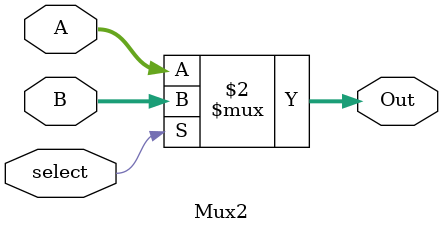
<source format=v>
module Mux2(input [31:0] A, input [31:0] B, input [0:0] select, output [31:0] Out);
	assign Out = (select == 1'b0) ? A : B; 
endmodule
</source>
